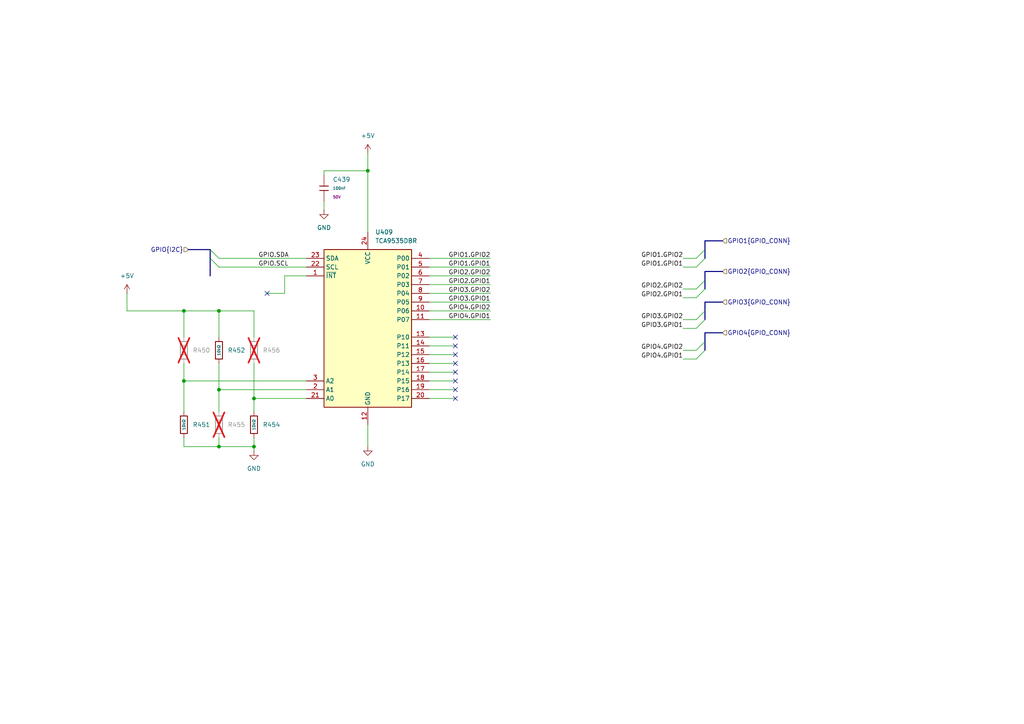
<source format=kicad_sch>
(kicad_sch (version 20250114) (generator "eeschema") (generator_version "9.0")
  (paper "A4")
  (lib_symbols
    (symbol "Interface_Expansion:TCA9535DBR"
      (property "Reference" "U" (at -11.43 24.13 0))
      (property "Value" "TCA9535DBR" (at 0 0 0))
      (symbol "TCA9535DBR_0_1"
        (rectangle (start -12.7 22.86) (end 12.7 -22.86) (stroke (width 0.254)) (fill (type background)))
      )
      (symbol "TCA9535DBR_1_1"
        (pin bidirectional line (at -17.78 20.32 0) (length 5.08) (name "SDA") (number "23"))
        (pin input line (at -17.78 17.78 0) (length 5.08) (name "SCL") (number "22"))
        (pin open_collector line (at -17.78 15.24 0) (length 5.08) (name "~{INT}") (number "1"))
        (pin input line (at -17.78 -15.24 0) (length 5.08) (name "A2") (number "3"))
        (pin input line (at -17.78 -17.78 0) (length 5.08) (name "A1") (number "2"))
        (pin input line (at -17.78 -20.32 0) (length 5.08) (name "A0") (number "21"))
        (pin power_in line (at 0 27.94 270) (length 5.08) (name "VCC") (number "24"))
        (pin power_in line (at 0 -27.94 90) (length 5.08) (name "GND") (number "12"))
        (pin bidirectional line (at 17.78 20.32 180) (length 5.08) (name "P00") (number "4"))
        (pin bidirectional line (at 17.78 17.78 180) (length 5.08) (name "P01") (number "5"))
        (pin bidirectional line (at 17.78 15.24 180) (length 5.08) (name "P02") (number "6"))
        (pin bidirectional line (at 17.78 12.7 180) (length 5.08) (name "P03") (number "7"))
        (pin bidirectional line (at 17.78 10.16 180) (length 5.08) (name "P04") (number "8"))
        (pin bidirectional line (at 17.78 7.62 180) (length 5.08) (name "P05") (number "9"))
        (pin bidirectional line (at 17.78 5.08 180) (length 5.08) (name "P06") (number "10"))
        (pin bidirectional line (at 17.78 2.54 180) (length 5.08) (name "P07") (number "11"))
        (pin bidirectional line (at 17.78 -2.54 180) (length 5.08) (name "P10") (number "13"))
        (pin bidirectional line (at 17.78 -5.08 180) (length 5.08) (name "P11") (number "14"))
        (pin bidirectional line (at 17.78 -7.62 180) (length 5.08) (name "P12") (number "15"))
        (pin bidirectional line (at 17.78 -10.16 180) (length 5.08) (name "P13") (number "16"))
        (pin bidirectional line (at 17.78 -12.7 180) (length 5.08) (name "P14") (number "17"))
        (pin bidirectional line (at 17.78 -15.24 180) (length 5.08) (name "P15") (number "18"))
        (pin bidirectional line (at 17.78 -17.78 180) (length 5.08) (name "P16") (number "19"))
        (pin bidirectional line (at 17.78 -20.32 180) (length 5.08) (name "P17") (number "20"))
      )
    )
    (symbol "PCM_JLCPCB-Capacitors:0402,100nF,(2)" (pin_numbers (hide yes)) (pin_names (offset 0))
      (property "Reference" "C" (at 2.032 1.668 0))
      (property "Value" "100nF" (at 2.032 -0.3782 0))
      (property "Voltage Rated" "50V" (at 2.032 -2.0462 0))
      (symbol "0402,100nF,(2)_0_1"
        (polyline (pts (xy -1.27 0.635) (xy 1.27 0.635)) (stroke (width 0.254)))
        (polyline (pts (xy -1.27 -0.635) (xy 1.27 -0.635)) (stroke (width 0.254)))
      )
      (symbol "0402,100nF,(2)_1_1"
        (pin passive line (at 0 3.81 270) (length 3.175) (name "~") (number "1"))
        (pin passive line (at 0 -3.81 90) (length 3.175) (name "~") (number "2"))
      )
    )
    (symbol "PCM_JLCPCB-Resistors:0402,10kΩ" (pin_numbers (hide yes)) (pin_names (offset 0))
      (property "Reference" "R" (at 1.778 0 0))
      (property "Value" "10kΩ" (at 0 0 90))
      (symbol "0402,10kΩ_0_1"
        (rectangle (start -1.016 2.54) (end 1.016 -2.54) (stroke (width 0.254)))
      )
      (symbol "0402,10kΩ_1_1"
        (pin passive line (at 0 3.81 270) (length 1.27) (name "~") (number "1"))
        (pin passive line (at 0 -3.81 90) (length 1.27) (name "~") (number "2"))
      )
    )
    (symbol "power:+5V" (power) (pin_numbers (hide yes)) (pin_names (offset 0) (hide yes))
      (property "Value" "+5V" (at 0 3.556 0))
      (symbol "+5V_0_1"
        (polyline (pts (xy -0.762 1.27) (xy 0 2.54)))
        (polyline (pts (xy 0 2.54) (xy 0.762 1.27)))
        (polyline (pts (xy 0 0) (xy 0 2.54)))
      )
      (symbol "+5V_1_1"
        (pin power_in line (at 0 0 90) (length 0) (name "~") (number "1"))
      )
    )
    (symbol "power:GND" (power) (pin_numbers (hide yes)) (pin_names (offset 0) (hide yes))
      (property "Value" "GND" (at 0 -3.81 0))
      (symbol "GND_0_1"
        (polyline (pts (xy 0 0) (xy 0 -1.27) (xy 1.27 -1.27) (xy 0 -2.54) (xy -1.27 -1.27) (xy 0 -1.27)))
      )
      (symbol "GND_1_1"
        (pin power_in line (at 0 0 270) (length 0) (name "~") (number "1"))
      )
    )
  )
  (junction (at 73.66 129.54))
  (junction (at 63.5 113.03))
  (junction (at 106.68 49.53))
  (junction (at 63.5 129.54))
  (junction (at 63.5 90.17))
  (junction (at 53.34 90.17))
  (junction (at 53.34 110.49))
  (junction (at 73.66 115.57))
  (no_connect (at 132.08 107.95))
  (no_connect (at 77.47 85.09))
  (no_connect (at 132.08 115.57))
  (no_connect (at 132.08 97.79))
  (no_connect (at 132.08 113.03))
  (no_connect (at 132.08 100.33))
  (no_connect (at 132.08 102.87))
  (no_connect (at 132.08 105.41))
  (no_connect (at 132.08 110.49))
  (bus_entry (at 204.47 83.82) (size -2.54 2.54))
  (bus_entry (at 204.47 99.06) (size -2.54 2.54))
  (bus_entry (at 204.47 92.71) (size -2.54 2.54))
  (bus_entry (at 204.47 72.39) (size -2.54 2.54))
  (bus_entry (at 204.47 90.17) (size -2.54 2.54))
  (bus_entry (at 60.96 74.93) (size 2.54 2.54))
  (bus_entry (at 204.47 101.6) (size -2.54 2.54))
  (bus_entry (at 204.47 74.93) (size -2.54 2.54))
  (bus_entry (at 60.96 72.39) (size 2.54 2.54))
  (bus_entry (at 204.47 81.28) (size -2.54 2.54))
  (wire (pts (xy 82.55 80.01) (xy 82.55 85.09)))
  (wire (pts (xy 53.34 110.49) (xy 53.34 105.41)))
  (wire (pts (xy 63.5 105.41) (xy 63.5 113.03)))
  (wire (pts (xy 142.24 80.01) (xy 124.46 80.01)))
  (bus (pts (xy 204.47 81.28) (xy 204.47 83.82)))
  (bus (pts (xy 204.47 72.39) (xy 204.47 74.93)))
  (bus (pts (xy 204.47 87.63) (xy 204.47 90.17)))
  (wire (pts (xy 88.9 110.49) (xy 53.34 110.49)))
  (wire (pts (xy 132.08 105.41) (xy 124.46 105.41)))
  (bus (pts (xy 54.61 72.39) (xy 60.96 72.39)))
  (wire (pts (xy 106.68 67.31) (xy 106.68 49.53)))
  (bus (pts (xy 60.96 74.93) (xy 60.96 80.01)))
  (wire (pts (xy 106.68 44.45) (xy 106.68 49.53)))
  (wire (pts (xy 63.5 77.47) (xy 88.9 77.47)))
  (bus (pts (xy 209.55 78.74) (xy 204.47 78.74)))
  (wire (pts (xy 73.66 115.57) (xy 73.66 119.38)))
  (wire (pts (xy 106.68 49.53) (xy 93.98 49.53)))
  (wire (pts (xy 106.68 123.19) (xy 106.68 129.54)))
  (wire (pts (xy 88.9 80.01) (xy 82.55 80.01)))
  (wire (pts (xy 132.08 115.57) (xy 124.46 115.57)))
  (wire (pts (xy 142.24 74.93) (xy 124.46 74.93)))
  (wire (pts (xy 132.08 97.79) (xy 124.46 97.79)))
  (wire (pts (xy 73.66 129.54) (xy 73.66 130.81)))
  (wire (pts (xy 73.66 90.17) (xy 73.66 97.79)))
  (wire (pts (xy 63.5 113.03) (xy 88.9 113.03)))
  (wire (pts (xy 198.12 77.47) (xy 201.93 77.47)))
  (wire (pts (xy 142.24 92.71) (xy 124.46 92.71)))
  (wire (pts (xy 142.24 82.55) (xy 124.46 82.55)))
  (bus (pts (xy 204.47 99.06) (xy 204.47 101.6)))
  (bus (pts (xy 204.47 90.17) (xy 204.47 92.71)))
  (wire (pts (xy 36.83 85.09) (xy 36.83 90.17)))
  (wire (pts (xy 63.5 113.03) (xy 63.5 119.38)))
  (wire (pts (xy 132.08 102.87) (xy 124.46 102.87)))
  (wire (pts (xy 93.98 49.53) (xy 93.98 50.8)))
  (wire (pts (xy 142.24 87.63) (xy 124.46 87.63)))
  (wire (pts (xy 63.5 90.17) (xy 53.34 90.17)))
  (wire (pts (xy 53.34 90.17) (xy 53.34 97.79)))
  (wire (pts (xy 198.12 104.14) (xy 201.93 104.14)))
  (bus (pts (xy 204.47 69.85) (xy 204.47 72.39)))
  (wire (pts (xy 63.5 127) (xy 63.5 129.54)))
  (wire (pts (xy 198.12 83.82) (xy 201.93 83.82)))
  (wire (pts (xy 53.34 110.49) (xy 53.34 119.38)))
  (bus (pts (xy 60.96 72.39) (xy 60.96 74.93)))
  (wire (pts (xy 198.12 86.36) (xy 201.93 86.36)))
  (wire (pts (xy 73.66 115.57) (xy 88.9 115.57)))
  (wire (pts (xy 63.5 90.17) (xy 63.5 97.79)))
  (bus (pts (xy 204.47 78.74) (xy 204.47 81.28)))
  (wire (pts (xy 63.5 74.93) (xy 88.9 74.93)))
  (wire (pts (xy 132.08 110.49) (xy 124.46 110.49)))
  (wire (pts (xy 63.5 129.54) (xy 73.66 129.54)))
  (wire (pts (xy 77.47 85.09) (xy 82.55 85.09)))
  (wire (pts (xy 198.12 101.6) (xy 201.93 101.6)))
  (wire (pts (xy 142.24 77.47) (xy 124.46 77.47)))
  (wire (pts (xy 73.66 127) (xy 73.66 129.54)))
  (wire (pts (xy 53.34 127) (xy 53.34 129.54)))
  (wire (pts (xy 198.12 74.93) (xy 201.93 74.93)))
  (bus (pts (xy 204.47 96.52) (xy 204.47 99.06)))
  (wire (pts (xy 53.34 129.54) (xy 63.5 129.54)))
  (wire (pts (xy 132.08 107.95) (xy 124.46 107.95)))
  (wire (pts (xy 36.83 90.17) (xy 53.34 90.17)))
  (bus (pts (xy 209.55 96.52) (xy 204.47 96.52)))
  (bus (pts (xy 209.55 87.63) (xy 204.47 87.63)))
  (wire (pts (xy 142.24 90.17) (xy 124.46 90.17)))
  (bus (pts (xy 209.55 69.85) (xy 204.47 69.85)))
  (wire (pts (xy 73.66 90.17) (xy 63.5 90.17)))
  (wire (pts (xy 132.08 100.33) (xy 124.46 100.33)))
  (wire (pts (xy 198.12 92.71) (xy 201.93 92.71)))
  (wire (pts (xy 142.24 85.09) (xy 124.46 85.09)))
  (wire (pts (xy 93.98 58.42) (xy 93.98 60.96)))
  (wire (pts (xy 198.12 95.25) (xy 201.93 95.25)))
  (wire (pts (xy 73.66 105.41) (xy 73.66 115.57)))
  (wire (pts (xy 132.08 113.03) (xy 124.46 113.03)))
  (label "GPIO.SCL" (at 74.93 77.47 0))
  (label "GPIO2.GPIO2" (at 142.24 80.01 180))
  (label "GPIO2.GPIO1" (at 142.24 82.55 180))
  (label "GPIO2.GPIO1" (at 198.12 86.36 180))
  (label "GPIO.SDA" (at 74.93 74.93 0))
  (label "GPIO4.GPIO2" (at 142.24 90.17 180))
  (label "GPIO4.GPIO1" (at 142.24 92.71 180))
  (label "GPIO1.GPIO2" (at 198.12 74.93 180))
  (label "GPIO3.GPIO2" (at 142.24 85.09 180))
  (label "GPIO4.GPIO1" (at 198.12 104.14 180))
  (label "GPIO1.GPIO2" (at 142.24 74.93 180))
  (label "GPIO3.GPIO1" (at 142.24 87.63 180))
  (label "GPIO4.GPIO2" (at 198.12 101.6 180))
  (label "GPIO3.GPIO2" (at 198.12 92.71 180))
  (label "GPIO2.GPIO2" (at 198.12 83.82 180))
  (label "GPIO1.GPIO1" (at 142.24 77.47 180))
  (label "GPIO1.GPIO1" (at 198.12 77.47 180))
  (label "GPIO3.GPIO1" (at 198.12 95.25 180))
  (hierarchical_label "GPIO{I2C}" (shape input) (at 54.61 72.39 180))
  (hierarchical_label "GPIO1{GPIO_CONN}" (shape input) (at 209.55 69.85 0))
  (hierarchical_label "GPIO4{GPIO_CONN}" (shape input) (at 209.55 96.52 0))
  (hierarchical_label "GPIO2{GPIO_CONN}" (shape input) (at 209.55 78.74 0))
  (hierarchical_label "GPIO3{GPIO_CONN}" (shape input) (at 209.55 87.63 0))
  (symbol (lib_id "power:+5V") (at 36.83 85.09 0) (unit 1)
    (property "Reference" "#PWR0544" (effects (hide yes)))
    (property "Value" "+5V" (at 36.83 80.01 0))
    (property "Description" "Power symbol creates a global label with name \"+5V\"" (effects (hide yes)))
  )
  (symbol (lib_id "PCM_JLCPCB-Resistors:0402,10kΩ") (at 53.34 101.6 0) (unit 1) (in_bom no) (dnp yes)
    (property "Reference" "R450" (at 55.88 101.5999 0) (effects (justify left)))
    (property "Value" "10kΩ" (at 53.34 101.6 90) (effects (font (size 0.8 0.8))))
    (property "Footprint" "PCM_JLCPCB:R_0402" (effects (hide yes)))
    (property "Datasheet" "https://www.lcsc.com/datasheet/lcsc_datasheet_2411221126_UNI-ROYAL-Uniroyal-Elec-0402WGF1002TCE_C25744.pdf" (effects (hide yes)))
    (property "Description" "62.5mW Thick Film Resistors 50V ±100ppm/°C ±1% 10kΩ 0402 Chip Resistor - Surface Mount ROHS" (effects (hide yes)))
    (property "LCSC" "C25744" (effects (hide yes)))
    (property "Stock" "6144808" (effects (hide yes)))
    (property "Price" "0.004USD" (effects (hide yes)))
    (property "Process" "SMT" (effects (hide yes)))
    (property "Minimum Qty" "5" (effects (hide yes)))
    (property "Attrition Qty" "10" (effects (hide yes)))
    (property "Class" "Basic Component" (effects (hide yes)))
    (property "Category" "Resistors,Chip Resistor - Surface Mount" (effects (hide yes)))
    (property "Manufacturer" "UNI-ROYAL(Uniroyal Elec)" (effects (hide yes)))
    (property "Part" "0402WGF1002TCE" (effects (hide yes)))
    (property "Resistance" "10kΩ" (effects (hide yes)))
    (property "Power(Watts)" "62.5mW" (effects (hide yes)))
    (property "Type" "Thick Film Resistors" (effects (hide yes)))
    (property "Overload Voltage (Max)" "50V" (effects (hide yes)))
    (property "Operating Temperature Range" "-55°C~+155°C" (effects (hide yes)))
    (property "Tolerance" "±1%" (effects (hide yes)))
    (property "Temperature Coefficient" "±100ppm/°C" (effects (hide yes)))
  )
  (symbol (lib_id "PCM_JLCPCB-Resistors:0402,10kΩ") (at 63.5 123.19 0) (unit 1) (in_bom no) (dnp yes)
    (property "Reference" "R455" (at 66.04 123.1899 0) (effects (justify left)))
    (property "Value" "10kΩ" (at 63.5 123.19 90) (effects (font (size 0.8 0.8))))
    (property "Footprint" "PCM_JLCPCB:R_0402" (effects (hide yes)))
    (property "Datasheet" "https://www.lcsc.com/datasheet/lcsc_datasheet_2411221126_UNI-ROYAL-Uniroyal-Elec-0402WGF1002TCE_C25744.pdf" (effects (hide yes)))
    (property "Description" "62.5mW Thick Film Resistors 50V ±100ppm/°C ±1% 10kΩ 0402 Chip Resistor - Surface Mount ROHS" (effects (hide yes)))
    (property "LCSC" "C25744" (effects (hide yes)))
    (property "Stock" "6144808" (effects (hide yes)))
    (property "Price" "0.004USD" (effects (hide yes)))
    (property "Process" "SMT" (effects (hide yes)))
    (property "Minimum Qty" "5" (effects (hide yes)))
    (property "Attrition Qty" "10" (effects (hide yes)))
    (property "Class" "Basic Component" (effects (hide yes)))
    (property "Category" "Resistors,Chip Resistor - Surface Mount" (effects (hide yes)))
    (property "Manufacturer" "UNI-ROYAL(Uniroyal Elec)" (effects (hide yes)))
    (property "Part" "0402WGF1002TCE" (effects (hide yes)))
    (property "Resistance" "10kΩ" (effects (hide yes)))
    (property "Power(Watts)" "62.5mW" (effects (hide yes)))
    (property "Type" "Thick Film Resistors" (effects (hide yes)))
    (property "Overload Voltage (Max)" "50V" (effects (hide yes)))
    (property "Operating Temperature Range" "-55°C~+155°C" (effects (hide yes)))
    (property "Tolerance" "±1%" (effects (hide yes)))
    (property "Temperature Coefficient" "±100ppm/°C" (effects (hide yes)))
  )
  (symbol (lib_id "power:GND") (at 73.66 130.81 0) (unit 1)
    (property "Reference" "#PWR0540" (effects (hide yes)))
    (property "Value" "GND" (at 73.66 135.89 0))
    (property "Description" "Power symbol creates a global label with name \"GND\" , ground" (effects (hide yes)))
  )
  (symbol (lib_id "power:GND") (at 106.68 129.54 0) (unit 1)
    (property "Reference" "#PWR0537" (effects (hide yes)))
    (property "Value" "GND" (at 106.68 134.62 0))
    (property "Description" "Power symbol creates a global label with name \"GND\" , ground" (effects (hide yes)))
  )
  (symbol (lib_id "PCM_JLCPCB-Resistors:0402,10kΩ") (at 63.5 101.6 0) (unit 1)
    (property "Reference" "R452" (at 66.04 101.5999 0) (effects (justify left)))
    (property "Value" "10kΩ" (at 63.5 101.6 90) (effects (font (size 0.8 0.8))))
    (property "Footprint" "PCM_JLCPCB:R_0402" (effects (hide yes)))
    (property "Datasheet" "https://www.lcsc.com/datasheet/lcsc_datasheet_2411221126_UNI-ROYAL-Uniroyal-Elec-0402WGF1002TCE_C25744.pdf" (effects (hide yes)))
    (property "Description" "62.5mW Thick Film Resistors 50V ±100ppm/°C ±1% 10kΩ 0402 Chip Resistor - Surface Mount ROHS" (effects (hide yes)))
    (property "LCSC" "C25744" (effects (hide yes)))
    (property "Stock" "6144808" (effects (hide yes)))
    (property "Price" "0.004USD" (effects (hide yes)))
    (property "Process" "SMT" (effects (hide yes)))
    (property "Minimum Qty" "5" (effects (hide yes)))
    (property "Attrition Qty" "10" (effects (hide yes)))
    (property "Class" "Basic Component" (effects (hide yes)))
    (property "Category" "Resistors,Chip Resistor - Surface Mount" (effects (hide yes)))
    (property "Manufacturer" "UNI-ROYAL(Uniroyal Elec)" (effects (hide yes)))
    (property "Part" "0402WGF1002TCE" (effects (hide yes)))
    (property "Resistance" "10kΩ" (effects (hide yes)))
    (property "Power(Watts)" "62.5mW" (effects (hide yes)))
    (property "Type" "Thick Film Resistors" (effects (hide yes)))
    (property "Overload Voltage (Max)" "50V" (effects (hide yes)))
    (property "Operating Temperature Range" "-55°C~+155°C" (effects (hide yes)))
    (property "Tolerance" "±1%" (effects (hide yes)))
    (property "Temperature Coefficient" "±100ppm/°C" (effects (hide yes)))
  )
  (symbol (lib_id "PCM_JLCPCB-Resistors:0402,10kΩ") (at 53.34 123.19 0) (unit 1)
    (property "Reference" "R451" (at 55.88 123.1899 0) (effects (justify left)))
    (property "Value" "10kΩ" (at 53.34 123.19 90) (effects (font (size 0.8 0.8))))
    (property "Footprint" "PCM_JLCPCB:R_0402" (effects (hide yes)))
    (property "Datasheet" "https://www.lcsc.com/datasheet/lcsc_datasheet_2411221126_UNI-ROYAL-Uniroyal-Elec-0402WGF1002TCE_C25744.pdf" (effects (hide yes)))
    (property "Description" "62.5mW Thick Film Resistors 50V ±100ppm/°C ±1% 10kΩ 0402 Chip Resistor - Surface Mount ROHS" (effects (hide yes)))
    (property "LCSC" "C25744" (effects (hide yes)))
    (property "Stock" "6144808" (effects (hide yes)))
    (property "Price" "0.004USD" (effects (hide yes)))
    (property "Process" "SMT" (effects (hide yes)))
    (property "Minimum Qty" "5" (effects (hide yes)))
    (property "Attrition Qty" "10" (effects (hide yes)))
    (property "Class" "Basic Component" (effects (hide yes)))
    (property "Category" "Resistors,Chip Resistor - Surface Mount" (effects (hide yes)))
    (property "Manufacturer" "UNI-ROYAL(Uniroyal Elec)" (effects (hide yes)))
    (property "Part" "0402WGF1002TCE" (effects (hide yes)))
    (property "Resistance" "10kΩ" (effects (hide yes)))
    (property "Power(Watts)" "62.5mW" (effects (hide yes)))
    (property "Type" "Thick Film Resistors" (effects (hide yes)))
    (property "Overload Voltage (Max)" "50V" (effects (hide yes)))
    (property "Operating Temperature Range" "-55°C~+155°C" (effects (hide yes)))
    (property "Tolerance" "±1%" (effects (hide yes)))
    (property "Temperature Coefficient" "±100ppm/°C" (effects (hide yes)))
  )
  (symbol (lib_id "PCM_JLCPCB-Resistors:0402,10kΩ") (at 73.66 101.6 0) (unit 1) (in_bom no) (dnp yes)
    (property "Reference" "R456" (at 76.2 101.5999 0) (effects (justify left)))
    (property "Value" "10kΩ" (at 73.66 101.6 90) (effects (font (size 0.8 0.8))))
    (property "Footprint" "PCM_JLCPCB:R_0402" (effects (hide yes)))
    (property "Datasheet" "https://www.lcsc.com/datasheet/lcsc_datasheet_2411221126_UNI-ROYAL-Uniroyal-Elec-0402WGF1002TCE_C25744.pdf" (effects (hide yes)))
    (property "Description" "62.5mW Thick Film Resistors 50V ±100ppm/°C ±1% 10kΩ 0402 Chip Resistor - Surface Mount ROHS" (effects (hide yes)))
    (property "LCSC" "C25744" (effects (hide yes)))
    (property "Stock" "6144808" (effects (hide yes)))
    (property "Price" "0.004USD" (effects (hide yes)))
    (property "Process" "SMT" (effects (hide yes)))
    (property "Minimum Qty" "5" (effects (hide yes)))
    (property "Attrition Qty" "10" (effects (hide yes)))
    (property "Class" "Basic Component" (effects (hide yes)))
    (property "Category" "Resistors,Chip Resistor - Surface Mount" (effects (hide yes)))
    (property "Manufacturer" "UNI-ROYAL(Uniroyal Elec)" (effects (hide yes)))
    (property "Part" "0402WGF1002TCE" (effects (hide yes)))
    (property "Resistance" "10kΩ" (effects (hide yes)))
    (property "Power(Watts)" "62.5mW" (effects (hide yes)))
    (property "Type" "Thick Film Resistors" (effects (hide yes)))
    (property "Overload Voltage (Max)" "50V" (effects (hide yes)))
    (property "Operating Temperature Range" "-55°C~+155°C" (effects (hide yes)))
    (property "Tolerance" "±1%" (effects (hide yes)))
    (property "Temperature Coefficient" "±100ppm/°C" (effects (hide yes)))
  )
  (symbol (lib_id "power:GND") (at 93.98 60.96 0) (unit 1)
    (property "Reference" "#PWR0538" (effects (hide yes)))
    (property "Value" "GND" (at 93.98 66.04 0))
    (property "Description" "Power symbol creates a global label with name \"GND\" , ground" (effects (hide yes)))
  )
  (symbol (lib_id "PCM_JLCPCB-Resistors:0402,10kΩ") (at 73.66 123.19 0) (unit 1)
    (property "Reference" "R454" (at 76.2 123.1899 0) (effects (justify left)))
    (property "Value" "10kΩ" (at 73.66 123.19 90) (effects (font (size 0.8 0.8))))
    (property "Footprint" "PCM_JLCPCB:R_0402" (effects (hide yes)))
    (property "Datasheet" "https://www.lcsc.com/datasheet/lcsc_datasheet_2411221126_UNI-ROYAL-Uniroyal-Elec-0402WGF1002TCE_C25744.pdf" (effects (hide yes)))
    (property "Description" "62.5mW Thick Film Resistors 50V ±100ppm/°C ±1% 10kΩ 0402 Chip Resistor - Surface Mount ROHS" (effects (hide yes)))
    (property "LCSC" "C25744" (effects (hide yes)))
    (property "Stock" "6144808" (effects (hide yes)))
    (property "Price" "0.004USD" (effects (hide yes)))
    (property "Process" "SMT" (effects (hide yes)))
    (property "Minimum Qty" "5" (effects (hide yes)))
    (property "Attrition Qty" "10" (effects (hide yes)))
    (property "Class" "Basic Component" (effects (hide yes)))
    (property "Category" "Resistors,Chip Resistor - Surface Mount" (effects (hide yes)))
    (property "Manufacturer" "UNI-ROYAL(Uniroyal Elec)" (effects (hide yes)))
    (property "Part" "0402WGF1002TCE" (effects (hide yes)))
    (property "Resistance" "10kΩ" (effects (hide yes)))
    (property "Power(Watts)" "62.5mW" (effects (hide yes)))
    (property "Type" "Thick Film Resistors" (effects (hide yes)))
    (property "Overload Voltage (Max)" "50V" (effects (hide yes)))
    (property "Operating Temperature Range" "-55°C~+155°C" (effects (hide yes)))
    (property "Tolerance" "±1%" (effects (hide yes)))
    (property "Temperature Coefficient" "±100ppm/°C" (effects (hide yes)))
  )
  (symbol (lib_id "PCM_JLCPCB-Capacitors:0402,100nF,(2)") (at 93.98 54.61 0) (unit 1)
    (property "Reference" "C439" (at 96.52 52.0699 0) (effects (justify left)))
    (property "Value" "100nF" (at 96.52 54.61 0) (effects (font (size 0.8 0.8)) (justify left)))
    (property "Footprint" "PCM_JLCPCB:C_0402" (effects (hide yes)))
    (property "Datasheet" "https://www.lcsc.com/datasheet/lcsc_datasheet_2304140030_Samsung-Electro-Mechanics-CL05B104KB54PNC_C307331.pdf" (effects (hide yes)))
    (property "Description" "50V 100nF X7R ±10% 0402 Multilayer Ceramic Capacitors MLCC - SMD/SMT ROHS" (effects (hide yes)))
    (property "LCSC" "C307331" (effects (hide yes)))
    (property "Stock" "5475927" (effects (hide yes)))
    (property "Price" "0.008USD" (effects (hide yes)))
    (property "Process" "SMT" (effects (hide yes)))
    (property "Minimum Qty" "20" (effects (hide yes)))
    (property "Attrition Qty" "10" (effects (hide yes)))
    (property "Class" "Basic Component" (effects (hide yes)))
    (property "Category" "Capacitors,Multilayer Ceramic Capacitors MLCC - SMD/SMT" (effects (hide yes)))
    (property "Manufacturer" "Samsung Electro-Mechanics" (effects (hide yes)))
    (property "Part" "CL05B104KB54PNC" (effects (hide yes)))
    (property "Voltage Rated" "50V" (at 96.52 57.15 0) (effects (font (size 0.8 0.8)) (justify left)))
    (property "Tolerance" "±10%" (effects (hide yes)))
    (property "Capacitance" "100nF" (effects (hide yes)))
    (property "Temperature Coefficient" "X7R" (effects (hide yes)))
  )
  (symbol (lib_id "Interface_Expansion:TCA9535DBR") (at 106.68 95.25 0) (unit 1)
    (property "Reference" "U409" (at 108.8233 67.31 0) (effects (justify left)))
    (property "Value" "TCA9535DBR" (at 108.8233 69.85 0) (effects (justify left)))
    (property "Footprint" "Package_SO:SSOP-24_5.3x8.2mm_P0.65mm" (effects (hide yes)))
    (property "Datasheet" "http://www.ti.com/lit/ds/symlink/tca9535.pdf" (effects (hide yes)))
    (property "Description" "16-bit I/O expander, I2C and SMBus interface, interrupts, w/o pull-ups, SSOP-24" (effects (hide yes)))
  )
  (symbol (lib_id "power:+5V") (at 106.68 44.45 0) (unit 1)
    (property "Reference" "#PWR0541" (effects (hide yes)))
    (property "Value" "+5V" (at 106.68 39.37 0))
    (property "Description" "Power symbol creates a global label with name \"+5V\"" (effects (hide yes)))
  )
)
</source>
